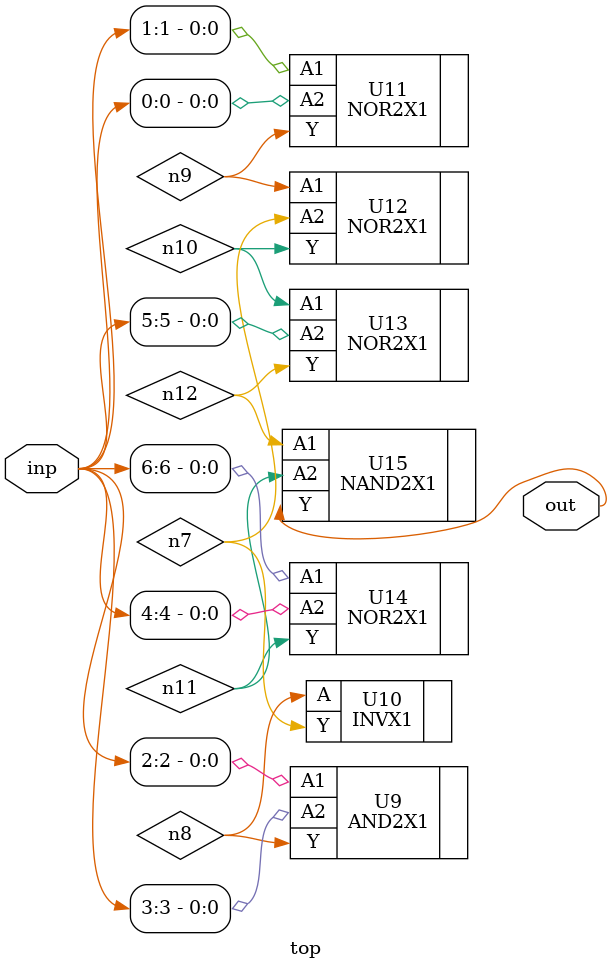
<source format=sv>


module top ( inp, out );
  input [6:0] inp;
  output out;
  wire   n7, n8, n9, n10, n11, n12;

  AND2X1 U9 ( .A1(inp[2]), .A2(inp[3]), .Y(n8) );
  INVX1 U10 ( .A(n8), .Y(n7) );
  NOR2X1 U11 ( .A1(inp[1]), .A2(inp[0]), .Y(n9) );
  NOR2X1 U12 ( .A1(n9), .A2(n7), .Y(n10) );
  NOR2X1 U13 ( .A1(n10), .A2(inp[5]), .Y(n12) );
  NOR2X1 U14 ( .A1(inp[6]), .A2(inp[4]), .Y(n11) );
  NAND2X1 U15 ( .A1(n12), .A2(n11), .Y(out) );
endmodule


</source>
